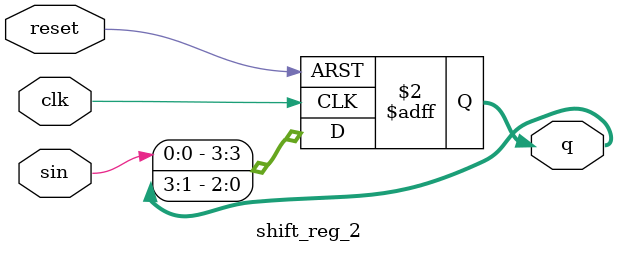
<source format=v>
`timescale 1ns / 1ps


module shift_reg_2(clk, reset, sin, q);

    parameter N = 4;
    
    input clk, reset, sin;
    output reg [N-1:0] q;
    
    always @(posedge clk, posedge reset) begin
        if (reset) q <= 0;
        else
            q <= {sin, q[N-1:1]};
    end
    
endmodule

</source>
